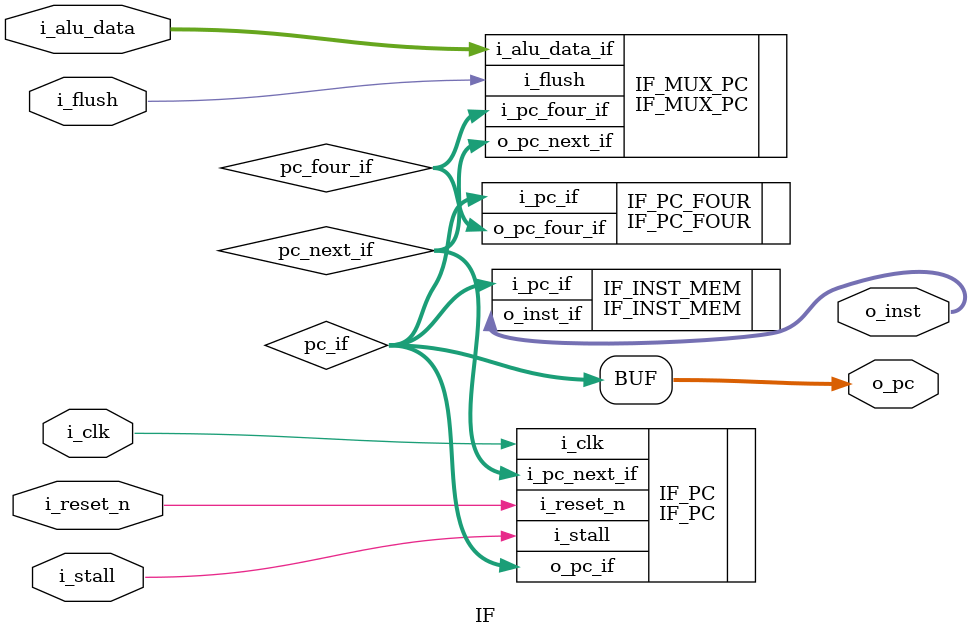
<source format=sv>
module IF (
  input  logic        i_clk      , 
  input  logic        i_reset_n  ,  
  input  logic        i_stall    ,
  input  logic        i_flush    ,
  input  logic [31:0] i_alu_data ,
  output logic [31:0] o_inst     ,
  output logic [31:0] o_pc      
);

  logic [31: 0] pc_next_if, pc_if, pc_four_if;

  assign o_pc = pc_if ;

  IF_PC IF_PC (
    .i_clk        (i_clk      ),
    .i_reset_n    (i_reset_n  ),
    .i_stall      (i_stall    ),
    .i_pc_next_if (pc_next_if ),
    .o_pc_if      (pc_if      )
  );

  IF_PC_FOUR IF_PC_FOUR (
    .i_pc_if      (pc_if      ),
    .o_pc_four_if (pc_four_if )
  );

  IF_MUX_PC IF_MUX_PC (
    .i_alu_data_if (i_alu_data ),
    .i_pc_four_if  (pc_four_if ),
    .i_flush       (i_flush    ),
    .o_pc_next_if  (pc_next_if )
  );

  IF_INST_MEM IF_INST_MEM (
    .i_pc_if   (pc_if ),
    .o_inst_if (o_inst)
  );
endmodule

</source>
